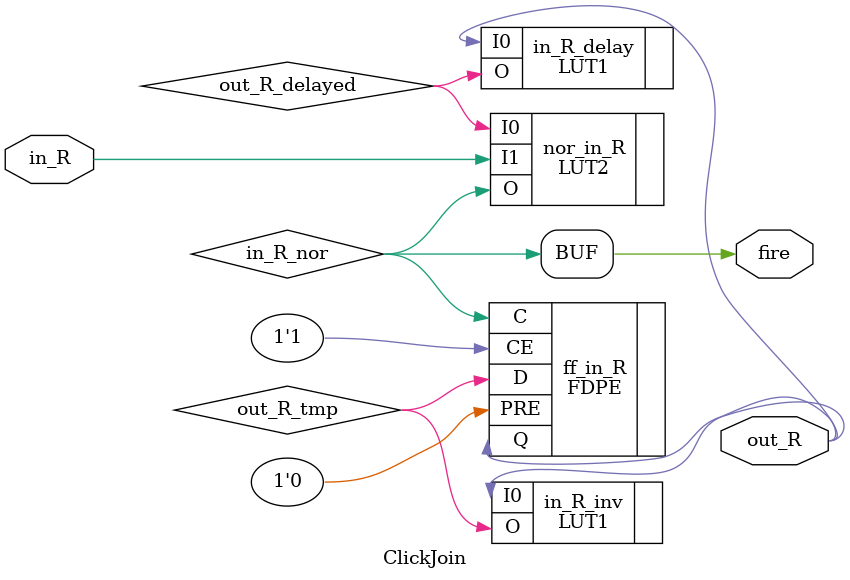
<source format=v>
module ClickJoin(in_R, out_R, fire);       
 	input	in_R;      
	output	fire, out_R;       
       
	wire	in_R_nor, out_R_delayed, out_R_tmp;       
	assign	fire = in_R_nor;       
 	    
  LUT2 #(.INIT(4'b0110)) nor_in_R    
	(       
	   .O(in_R_nor),        
	   .I0(out_R_delayed),        
	   .I1(in_R)        
 	);      
       
	FDPE #(.INIT(1'b0)) ff_in_R (       
 		  .Q(out_R),         
		  .C(in_R_nor),        
		  .CE(1'b1),         
		  .PRE(1'b0),       
		  .D(out_R_tmp)          
	   );       
       
 LUT1 #(.INIT(2'b01)) in_R_inv        
	(       
	   .O(out_R_tmp),         
	   .I0(out_R)         
   );    
       
	LUT1 #(.INIT(2'b10)) in_R_delay        
 	(       
    .O(out_R_delayed),        
    .I0(out_R)       
  );     
       
 endmodule      
       
       
       

</source>
